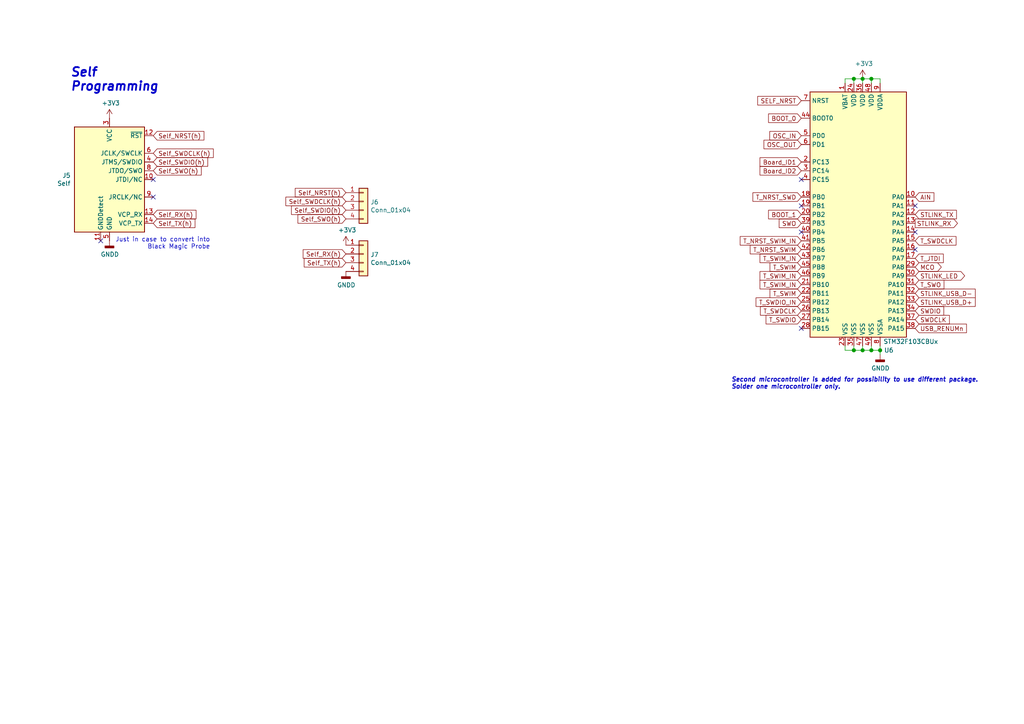
<source format=kicad_sch>
(kicad_sch (version 20210621) (generator eeschema)
  (paper "A4")
  (lib_symbols
    (symbol "Connector:Conn_ST_STDC14"
      (property "Reference" "J" (at -8.89 16.51 0))
      (property "Value" "Conn_ST_STDC14" (at 17.78 16.51 0))
      (symbol "Conn_ST_STDC14_0_1"
        (rectangle (start -10.16 15.24) (end 10.16 -15.24) (stroke (width 0.254)) (fill (type background)))
      )
      (symbol "Conn_ST_STDC14_1_1"
        (pin no_connect line (at -10.16 5.08 0) (length 2.54) hide (name "NC") (number "1"))
        (pin output line (at 12.7 0 180) (length 2.54) (name "JTDI/NC") (number "10"))
        (pin passive line (at -2.54 -17.78 90) (length 2.54) (name "GNDDetect") (number "11"))
        (pin open_collector line (at 12.7 12.7 180) (length 2.54) (name "~{RST}") (number "12"))
        (pin output line (at 12.7 -10.16 180) (length 2.54) (name "VCP_RX") (number "13"))
        (pin input line (at 12.7 -12.7 180) (length 2.54) (name "VCP_TX") (number "14"))
        (pin no_connect line (at -10.16 2.54 0) (length 2.54) hide (name "NC") (number "2"))
        (pin power_in line (at 0 17.78 270) (length 2.54) (name "VCC") (number "3"))
        (pin bidirectional line (at 12.7 5.08 180) (length 2.54) (name "JTMS/SWDIO") (number "4"))
        (pin power_in line (at 0 -17.78 90) (length 2.54) (name "GND") (number "5"))
        (pin output line (at 12.7 7.62 180) (length 2.54) (name "JCLK/SWCLK") (number "6"))
        (pin passive line (at 0 -17.78 90) (length 2.54) hide (name "GND") (number "7"))
        (pin input line (at 12.7 2.54 180) (length 2.54) (name "JTDO/SWO") (number "8"))
        (pin input line (at 12.7 -5.08 180) (length 2.54) (name "JRCLK/NC") (number "9"))
      )
    )
    (symbol "Connector_Generic:Conn_01x04" (pin_names (offset 1.016) hide)
      (property "Reference" "J" (at 0 5.08 0))
      (property "Value" "Conn_01x04" (at 0 -7.62 0))
      (symbol "Conn_01x04_1_1"
        (rectangle (start -1.27 -4.953) (end 0 -5.207) (stroke (width 0.1524)))
        (rectangle (start -1.27 -2.413) (end 0 -2.667) (stroke (width 0.1524)))
        (rectangle (start -1.27 0.127) (end 0 -0.127) (stroke (width 0.1524)))
        (rectangle (start -1.27 2.667) (end 0 2.413) (stroke (width 0.1524)))
        (rectangle (start -1.27 3.81) (end 1.27 -6.35) (stroke (width 0.254)) (fill (type background)))
        (pin passive line (at -5.08 2.54 0) (length 3.81) (name "Pin_1") (number "1"))
        (pin passive line (at -5.08 0 0) (length 3.81) (name "Pin_2") (number "2"))
        (pin passive line (at -5.08 -2.54 0) (length 3.81) (name "Pin_3") (number "3"))
        (pin passive line (at -5.08 -5.08 0) (length 3.81) (name "Pin_4") (number "4"))
      )
    )
    (symbol "MCU_ST_STM32F1:STM32F103CBUx"
      (property "Reference" "U" (at -15.24 36.83 0))
      (property "Value" "STM32F103CBUx" (at 7.62 36.83 0))
      (symbol "STM32F103CBUx_0_1"
        (rectangle (start -15.24 -35.56) (end 12.7 35.56) (stroke (width 0.254)) (fill (type background)))
      )
      (symbol "STM32F103CBUx_1_1"
        (pin power_in line (at -5.08 38.1 270) (length 2.54) (name "VBAT") (number "1"))
        (pin bidirectional line (at 15.24 5.08 180) (length 2.54) (name "PA0") (number "10"))
        (pin bidirectional line (at 15.24 2.54 180) (length 2.54) (name "PA1") (number "11"))
        (pin bidirectional line (at 15.24 0 180) (length 2.54) (name "PA2") (number "12"))
        (pin bidirectional line (at 15.24 -2.54 180) (length 2.54) (name "PA3") (number "13"))
        (pin bidirectional line (at 15.24 -5.08 180) (length 2.54) (name "PA4") (number "14"))
        (pin bidirectional line (at 15.24 -7.62 180) (length 2.54) (name "PA5") (number "15"))
        (pin bidirectional line (at 15.24 -10.16 180) (length 2.54) (name "PA6") (number "16"))
        (pin bidirectional line (at 15.24 -12.7 180) (length 2.54) (name "PA7") (number "17"))
        (pin bidirectional line (at -17.78 5.08 0) (length 2.54) (name "PB0") (number "18"))
        (pin bidirectional line (at -17.78 2.54 0) (length 2.54) (name "PB1") (number "19"))
        (pin bidirectional line (at -17.78 15.24 0) (length 2.54) (name "PC13") (number "2"))
        (pin bidirectional line (at -17.78 0 0) (length 2.54) (name "PB2") (number "20"))
        (pin bidirectional line (at -17.78 -20.32 0) (length 2.54) (name "PB10") (number "21"))
        (pin bidirectional line (at -17.78 -22.86 0) (length 2.54) (name "PB11") (number "22"))
        (pin power_in line (at -5.08 -38.1 90) (length 2.54) (name "VSS") (number "23"))
        (pin power_in line (at -2.54 38.1 270) (length 2.54) (name "VDD") (number "24"))
        (pin bidirectional line (at -17.78 -25.4 0) (length 2.54) (name "PB12") (number "25"))
        (pin bidirectional line (at -17.78 -27.94 0) (length 2.54) (name "PB13") (number "26"))
        (pin bidirectional line (at -17.78 -30.48 0) (length 2.54) (name "PB14") (number "27"))
        (pin bidirectional line (at -17.78 -33.02 0) (length 2.54) (name "PB15") (number "28"))
        (pin bidirectional line (at 15.24 -15.24 180) (length 2.54) (name "PA8") (number "29"))
        (pin bidirectional line (at -17.78 12.7 0) (length 2.54) (name "PC14") (number "3"))
        (pin bidirectional line (at 15.24 -17.78 180) (length 2.54) (name "PA9") (number "30"))
        (pin bidirectional line (at 15.24 -20.32 180) (length 2.54) (name "PA10") (number "31"))
        (pin bidirectional line (at 15.24 -22.86 180) (length 2.54) (name "PA11") (number "32"))
        (pin bidirectional line (at 15.24 -25.4 180) (length 2.54) (name "PA12") (number "33"))
        (pin bidirectional line (at 15.24 -27.94 180) (length 2.54) (name "PA13") (number "34"))
        (pin power_in line (at -2.54 -38.1 90) (length 2.54) (name "VSS") (number "35"))
        (pin power_in line (at 0 38.1 270) (length 2.54) (name "VDD") (number "36"))
        (pin bidirectional line (at 15.24 -30.48 180) (length 2.54) (name "PA14") (number "37"))
        (pin bidirectional line (at 15.24 -33.02 180) (length 2.54) (name "PA15") (number "38"))
        (pin bidirectional line (at -17.78 -2.54 0) (length 2.54) (name "PB3") (number "39"))
        (pin bidirectional line (at -17.78 10.16 0) (length 2.54) (name "PC15") (number "4"))
        (pin bidirectional line (at -17.78 -5.08 0) (length 2.54) (name "PB4") (number "40"))
        (pin bidirectional line (at -17.78 -7.62 0) (length 2.54) (name "PB5") (number "41"))
        (pin bidirectional line (at -17.78 -10.16 0) (length 2.54) (name "PB6") (number "42"))
        (pin bidirectional line (at -17.78 -12.7 0) (length 2.54) (name "PB7") (number "43"))
        (pin input line (at -17.78 27.94 0) (length 2.54) (name "BOOT0") (number "44"))
        (pin bidirectional line (at -17.78 -15.24 0) (length 2.54) (name "PB8") (number "45"))
        (pin bidirectional line (at -17.78 -17.78 0) (length 2.54) (name "PB9") (number "46"))
        (pin power_in line (at 0 -38.1 90) (length 2.54) (name "VSS") (number "47"))
        (pin power_in line (at 2.54 38.1 270) (length 2.54) (name "VDD") (number "48"))
        (pin power_in line (at 2.54 -38.1 90) (length 2.54) (name "VSS") (number "49"))
        (pin input line (at -17.78 22.86 0) (length 2.54) (name "PD0") (number "5"))
        (pin input line (at -17.78 20.32 0) (length 2.54) (name "PD1") (number "6"))
        (pin input line (at -17.78 33.02 0) (length 2.54) (name "NRST") (number "7"))
        (pin power_in line (at 5.08 -38.1 90) (length 2.54) (name "VSSA") (number "8"))
        (pin power_in line (at 5.08 38.1 270) (length 2.54) (name "VDDA") (number "9"))
      )
    )
    (symbol "power:+3.3V" (power) (pin_names (offset 0))
      (property "Value" "+3.3V" (at 0 3.556 0))
      (symbol "+3.3V_0_1"
        (polyline (pts (xy -0.762 1.27) (xy 0 2.54)))
        (polyline (pts (xy 0 0) (xy 0 2.54)))
        (polyline (pts (xy 0 2.54) (xy 0.762 1.27)))
      )
      (symbol "+3.3V_1_1"
        (pin power_in line (at 0 0 90) (length 0) hide (name "+3V3") (number "1"))
      )
    )
    (symbol "power:+3V3" (power) (pin_names (offset 0))
      (property "Value" "+3V3" (at 0 3.556 0))
      (symbol "+3V3_0_1"
        (polyline (pts (xy -0.762 1.27) (xy 0 2.54)))
        (polyline (pts (xy 0 0) (xy 0 2.54)))
        (polyline (pts (xy 0 2.54) (xy 0.762 1.27)))
      )
      (symbol "+3V3_1_1"
        (pin power_in line (at 0 0 90) (length 0) hide (name "+3V3") (number "1"))
      )
    )
    (symbol "power:GNDD" (power) (pin_names (offset 0))
      (property "Value" "GNDD" (at 0 -3.175 0))
      (symbol "GNDD_0_1"
        (rectangle (start -1.27 -1.524) (end 1.27 -2.032) (stroke (width 0.254)) (fill (type outline)))
        (polyline (pts (xy 0 0) (xy 0 -1.524)))
      )
      (symbol "GNDD_1_1"
        (pin power_in line (at 0 0 270) (length 0) hide (name "GNDD") (number "1"))
      )
    )
  )
  (junction (at 247.65 22.86) (diameter 1.016))
  (junction (at 247.65 101.6) (diameter 1.016))
  (junction (at 250.19 22.86) (diameter 1.016))
  (junction (at 250.19 101.6) (diameter 1.016))
  (junction (at 252.73 22.86) (diameter 1.016))
  (junction (at 252.73 101.6) (diameter 1.016))
  (junction (at 255.27 101.6) (diameter 1.016))
  (no_connect (at 29.21 69.85))
  (no_connect (at 44.45 52.07))
  (no_connect (at 44.45 57.15))
  (no_connect (at 232.41 52.07))
  (no_connect (at 232.41 59.69))
  (no_connect (at 232.41 67.31))
  (no_connect (at 232.41 95.25))
  (no_connect (at 265.43 59.69))
  (no_connect (at 265.43 67.31))
  (no_connect (at 265.43 72.39))
  (wire (pts (xy 245.11 22.86) (xy 247.65 22.86)))
  (wire (pts (xy 245.11 24.13) (xy 245.11 22.86)))
  (wire (pts (xy 245.11 100.33) (xy 245.11 101.6)))
  (wire (pts (xy 245.11 101.6) (xy 247.65 101.6)))
  (wire (pts (xy 247.65 22.86) (xy 250.19 22.86)))
  (wire (pts (xy 247.65 24.13) (xy 247.65 22.86)))
  (wire (pts (xy 247.65 100.33) (xy 247.65 101.6)))
  (wire (pts (xy 247.65 101.6) (xy 250.19 101.6)))
  (wire (pts (xy 250.19 22.86) (xy 252.73 22.86)))
  (wire (pts (xy 250.19 24.13) (xy 250.19 22.86)))
  (wire (pts (xy 250.19 100.33) (xy 250.19 101.6)))
  (wire (pts (xy 250.19 101.6) (xy 252.73 101.6)))
  (wire (pts (xy 252.73 22.86) (xy 255.27 22.86)))
  (wire (pts (xy 252.73 24.13) (xy 252.73 22.86)))
  (wire (pts (xy 252.73 100.33) (xy 252.73 101.6)))
  (wire (pts (xy 252.73 101.6) (xy 255.27 101.6)))
  (wire (pts (xy 255.27 24.13) (xy 255.27 22.86)))
  (wire (pts (xy 255.27 101.6) (xy 255.27 100.33)))
  (wire (pts (xy 255.27 102.87) (xy 255.27 101.6)))
  (text "Self\nProgramming" (at 20.32 26.67 0) (effects (font (size 2.54 2.54) (thickness 0.508) bold italic) (justify left bottom)))
  (text "Just in case to convert into\nBlack Magic Probe" (at 60.96 72.39 180) (effects (font (size 1.27 1.27)) (justify right bottom)))
  (text "Second microcontroller is added for possibility to use different package.\nSolder one microcontroller only." (at 212.09 113.03 0) (effects (font (size 1.27 1.27) (thickness 0.254) bold italic) (justify left bottom)))
  (global_label "Self_NRST(h)" (shape input) (at 44.45 39.37 0) (property "Intersheet References" "${INTERSHEET_REFS}" (effects hide)))
  (global_label "Self_SWDCLK(h)" (shape input) (at 44.45 44.45 0) (property "Intersheet References" "${INTERSHEET_REFS}" (effects hide)))
  (global_label "Self_SWDIO(h)" (shape input) (at 44.45 46.99 0) (property "Intersheet References" "${INTERSHEET_REFS}" (effects hide)))
  (global_label "Self_SWO(h)" (shape input) (at 44.45 49.53 0) (property "Intersheet References" "${INTERSHEET_REFS}" (effects hide)))
  (global_label "Self_RX(h)" (shape input) (at 44.45 62.23 0) (property "Intersheet References" "${INTERSHEET_REFS}" (effects hide)))
  (global_label "Self_TX(h)" (shape input) (at 44.45 64.77 0) (property "Intersheet References" "${INTERSHEET_REFS}" (effects hide)))
  (global_label "Self_NRST(h)" (shape input) (at 100.33 55.88 180) (property "Intersheet References" "${INTERSHEET_REFS}" (effects hide)))
  (global_label "Self_SWDCLK(h)" (shape input) (at 100.33 58.42 180) (property "Intersheet References" "${INTERSHEET_REFS}" (effects hide)))
  (global_label "Self_SWDIO(h)" (shape input) (at 100.33 60.96 180) (property "Intersheet References" "${INTERSHEET_REFS}" (effects hide)))
  (global_label "Self_SWO(h)" (shape input) (at 100.33 63.5 180) (property "Intersheet References" "${INTERSHEET_REFS}" (effects hide)))
  (global_label "Self_RX(h)" (shape input) (at 100.33 73.66 180) (property "Intersheet References" "${INTERSHEET_REFS}" (effects hide)))
  (global_label "Self_TX(h)" (shape input) (at 100.33 76.2 180) (property "Intersheet References" "${INTERSHEET_REFS}" (effects hide)))
  (global_label "SELF_NRST" (shape input) (at 232.41 29.21 180) (property "Intersheet References" "${INTERSHEET_REFS}" (effects hide)))
  (global_label "BOOT_0" (shape input) (at 232.41 34.29 180) (property "Intersheet References" "${INTERSHEET_REFS}" (effects hide)))
  (global_label "OSC_IN" (shape input) (at 232.41 39.37 180) (property "Intersheet References" "${INTERSHEET_REFS}" (effects hide)))
  (global_label "OSC_OUT" (shape input) (at 232.41 41.91 180) (property "Intersheet References" "${INTERSHEET_REFS}" (effects hide)))
  (global_label "Board_ID1" (shape input) (at 232.41 46.99 180) (property "Intersheet References" "${INTERSHEET_REFS}" (effects hide)))
  (global_label "Board_ID2" (shape input) (at 232.41 49.53 180) (property "Intersheet References" "${INTERSHEET_REFS}" (effects hide)))
  (global_label "T_NRST_SWD" (shape input) (at 232.41 57.15 180) (property "Intersheet References" "${INTERSHEET_REFS}" (effects hide)))
  (global_label "BOOT_1" (shape input) (at 232.41 62.23 180) (property "Intersheet References" "${INTERSHEET_REFS}" (effects hide)))
  (global_label "SWO" (shape input) (at 232.41 64.77 180) (property "Intersheet References" "${INTERSHEET_REFS}" (effects hide)))
  (global_label "T_NRST_SWIM_IN" (shape input) (at 232.41 69.85 180) (property "Intersheet References" "${INTERSHEET_REFS}" (effects hide)))
  (global_label "T_NRST_SWIM" (shape input) (at 232.41 72.39 180) (property "Intersheet References" "${INTERSHEET_REFS}" (effects hide)))
  (global_label "T_SWIM_IN" (shape input) (at 232.41 74.93 180) (property "Intersheet References" "${INTERSHEET_REFS}" (effects hide)))
  (global_label "T_SWIM" (shape input) (at 232.41 77.47 180) (property "Intersheet References" "${INTERSHEET_REFS}" (effects hide)))
  (global_label "T_SWIM_IN" (shape input) (at 232.41 80.01 180) (property "Intersheet References" "${INTERSHEET_REFS}" (effects hide)))
  (global_label "T_SWIM_IN" (shape input) (at 232.41 82.55 180) (property "Intersheet References" "${INTERSHEET_REFS}" (effects hide)))
  (global_label "T_SWIM" (shape input) (at 232.41 85.09 180) (property "Intersheet References" "${INTERSHEET_REFS}" (effects hide)))
  (global_label "T_SWDIO_IN" (shape input) (at 232.41 87.63 180) (property "Intersheet References" "${INTERSHEET_REFS}" (effects hide)))
  (global_label "T_SWDCLK" (shape input) (at 232.41 90.17 180) (property "Intersheet References" "${INTERSHEET_REFS}" (effects hide)))
  (global_label "T_SWDIO" (shape input) (at 232.41 92.71 180) (property "Intersheet References" "${INTERSHEET_REFS}" (effects hide)))
  (global_label "AIN" (shape input) (at 265.43 57.15 0) (property "Intersheet References" "${INTERSHEET_REFS}" (effects hide)))
  (global_label "STLINK_TX" (shape input) (at 265.43 62.23 0) (property "Intersheet References" "${INTERSHEET_REFS}" (effects hide)))
  (global_label "STLINK_RX" (shape output) (at 265.43 64.77 0) (property "Intersheet References" "${INTERSHEET_REFS}" (effects hide)))
  (global_label "T_SWDCLK" (shape input) (at 265.43 69.85 0) (property "Intersheet References" "${INTERSHEET_REFS}" (effects hide)))
  (global_label "T_JTDI" (shape input) (at 265.43 74.93 0) (property "Intersheet References" "${INTERSHEET_REFS}" (effects hide)))
  (global_label "MCO" (shape bidirectional) (at 265.43 77.47 0) (property "Intersheet References" "${INTERSHEET_REFS}" (effects hide)))
  (global_label "STLINK_LED" (shape bidirectional) (at 265.43 80.01 0) (property "Intersheet References" "${INTERSHEET_REFS}" (effects hide)))
  (global_label "T_SWO" (shape input) (at 265.43 82.55 0) (property "Intersheet References" "${INTERSHEET_REFS}" (effects hide)))
  (global_label "STLINK_USB_D-" (shape input) (at 265.43 85.09 0) (property "Intersheet References" "${INTERSHEET_REFS}" (effects hide)))
  (global_label "STLINK_USB_D+" (shape input) (at 265.43 87.63 0) (property "Intersheet References" "${INTERSHEET_REFS}" (effects hide)))
  (global_label "SWDIO" (shape input) (at 265.43 90.17 0) (property "Intersheet References" "${INTERSHEET_REFS}" (effects hide)))
  (global_label "SWDCLK" (shape input) (at 265.43 92.71 0) (property "Intersheet References" "${INTERSHEET_REFS}" (effects hide)))
  (global_label "USB_RENUMn" (shape input) (at 265.43 95.25 0) (property "Intersheet References" "${INTERSHEET_REFS}" (effects hide)))
  (symbol (lib_id "power:+3V3") (at 31.75 34.29 0) (unit 1)
    (property "Reference" "#PWR064" (effects hide))
    (property "Value" "+3V3" (at 32.131 29.8958 0))
  )
  (symbol (lib_id "power:+3V3") (at 100.33 71.12 0) (unit 1)
    (property "Reference" "#PWR066" (effects hide))
    (property "Value" "+3V3" (at 100.711 66.7258 0))
  )
  (symbol (lib_id "power:+3.3V") (at 250.19 22.86 0) (unit 1)
    (property "Reference" "#PWR063" (effects hide))
    (property "Value" "+3.3V" (at 250.571 18.4658 0))
  )
  (symbol (lib_id "power:GNDD") (at 31.75 69.85 0) (unit 1)
    (property "Reference" "#PWR065" (effects hide))
    (property "Value" "GNDD" (at 31.8516 73.787 0))
  )
  (symbol (lib_id "power:GNDD") (at 100.33 78.74 0) (unit 1)
    (property "Reference" "#PWR067" (effects hide))
    (property "Value" "GNDD" (at 100.4316 82.677 0))
  )
  (symbol (lib_id "power:GNDD") (at 255.27 102.87 0) (unit 1)
    (property "Reference" "#PWR068" (effects hide))
    (property "Value" "GNDD" (at 255.3716 106.807 0))
  )
  (symbol (lib_id "Connector_Generic:Conn_01x04") (at 105.41 58.42 0) (unit 1)
    (property "Reference" "J6" (at 107.442 58.6232 0) (effects (justify left)))
    (property "Value" "Conn_01x04" (at 107.442 60.9346 0) (effects (justify left)))
    (property "Footprint" "Connector_PinSocket_2.54mm:PinSocket_1x04_P2.54mm_Vertical" (effects hide))
  )
  (symbol (lib_id "Connector_Generic:Conn_01x04") (at 105.41 73.66 0) (unit 1)
    (property "Reference" "J7" (at 107.442 73.8632 0) (effects (justify left)))
    (property "Value" "Conn_01x04" (at 107.442 76.1746 0) (effects (justify left)))
    (property "Footprint" "Connector_PinSocket_2.54mm:PinSocket_1x04_P2.54mm_Vertical" (effects hide))
  )
  (symbol (lib_id "Connector:Conn_ST_STDC14") (at 31.75 52.07 0) (unit 1)
    (property "Reference" "J5" (at 20.4978 50.9016 0) (effects (justify right)))
    (property "Value" "Self" (at 20.4978 53.213 0) (effects (justify right)))
    (property "Footprint" "Connector_PinHeader_1.27mm:PinHeader_2x07_P1.27mm_Vertical_SMD" (effects hide))
    (property "Datasheet" "https://www.st.com/content/ccc/resource/technical/document/user_manual/group1/99/49/91/b6/b2/3a/46/e5/DM00526767/files/DM00526767.pdf/jcr:content/translations/en.DM00526767.pdf" (effects hide))
  )
  (symbol (lib_id "MCU_ST_STM32F1:STM32F103CBUx") (at 250.19 62.23 0) (unit 1)
    (property "Reference" "U6" (at 257.81 101.6 0))
    (property "Value" "STM32F103CBUx" (at 264.16 99.06 0))
    (property "Footprint" "Package_DFN_QFN:QFN-48-1EP_7x7mm_P0.5mm_EP5.6x5.6mm" (effects hide))
    (property "Datasheet" "http://www.st.com/st-web-ui/static/active/en/resource/technical/document/datasheet/CD00161566.pdf" (effects hide))
  )
)
</source>
